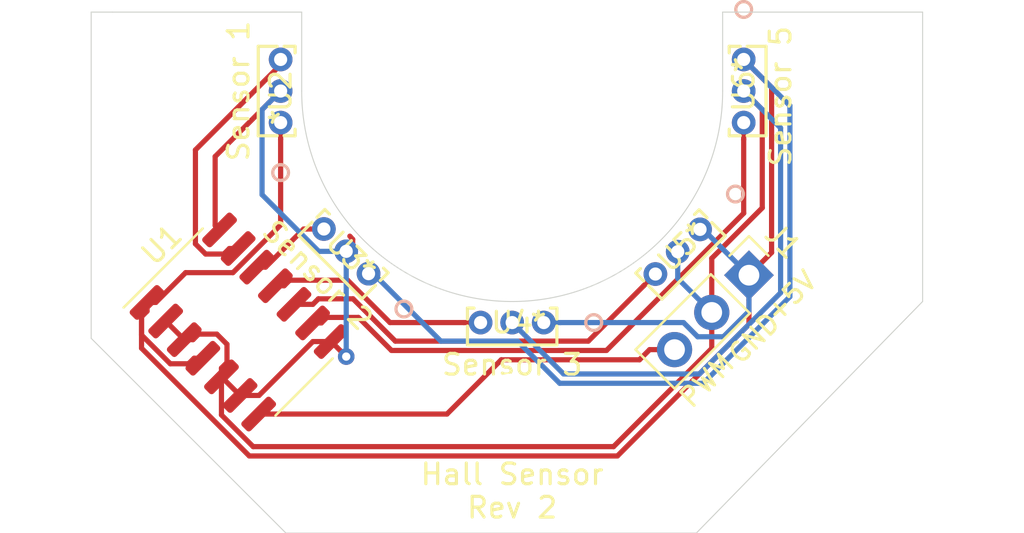
<source format=kicad_pcb>
(kicad_pcb (version 20171130) (host pcbnew "(5.1.5)-3")

  (general
    (thickness 1.6)
    (drawings 15)
    (tracks 124)
    (zones 0)
    (modules 10)
    (nets 9)
  )

  (page A4)
  (layers
    (0 F.Cu signal)
    (31 B.Cu signal)
    (32 B.Adhes user)
    (33 F.Adhes user)
    (34 B.Paste user hide)
    (35 F.Paste user)
    (36 B.SilkS user)
    (37 F.SilkS user)
    (38 B.Mask user)
    (39 F.Mask user)
    (40 Dwgs.User user)
    (41 Cmts.User user)
    (42 Eco1.User user)
    (43 Eco2.User user)
    (44 Edge.Cuts user)
    (45 Margin user)
    (46 B.CrtYd user)
    (47 F.CrtYd user)
    (48 B.Fab user)
    (49 F.Fab user)
  )

  (setup
    (last_trace_width 0.25)
    (trace_clearance 0.2)
    (zone_clearance 0.508)
    (zone_45_only no)
    (trace_min 0.2)
    (via_size 0.8)
    (via_drill 0.4)
    (via_min_size 0.4)
    (via_min_drill 0.3)
    (uvia_size 0.3)
    (uvia_drill 0.1)
    (uvias_allowed no)
    (uvia_min_size 0.2)
    (uvia_min_drill 0.1)
    (edge_width 0.05)
    (segment_width 0.2)
    (pcb_text_width 0.3)
    (pcb_text_size 1.5 1.5)
    (mod_edge_width 0.12)
    (mod_text_size 1 1)
    (mod_text_width 0.15)
    (pad_size 1.524 1.524)
    (pad_drill 0.762)
    (pad_to_mask_clearance 0.051)
    (solder_mask_min_width 0.25)
    (aux_axis_origin 0 0)
    (visible_elements 7FFFFFFF)
    (pcbplotparams
      (layerselection 0x010fc_ffffffff)
      (usegerberextensions false)
      (usegerberattributes false)
      (usegerberadvancedattributes false)
      (creategerberjobfile false)
      (excludeedgelayer true)
      (linewidth 0.100000)
      (plotframeref false)
      (viasonmask false)
      (mode 1)
      (useauxorigin false)
      (hpglpennumber 1)
      (hpglpenspeed 20)
      (hpglpendiameter 15.000000)
      (psnegative false)
      (psa4output false)
      (plotreference true)
      (plotvalue true)
      (plotinvisibletext false)
      (padsonsilk false)
      (subtractmaskfromsilk false)
      (outputformat 1)
      (mirror false)
      (drillshape 0)
      (scaleselection 1)
      (outputdirectory "Gerbers/"))
  )

  (net 0 "")
  (net 1 +5V)
  (net 2 GND)
  (net 3 "Net-(J1-Pad3)")
  (net 4 "Net-(U1-Pad9)")
  (net 5 "Net-(U1-Pad10)")
  (net 6 "Net-(U1-Pad11)")
  (net 7 "Net-(U1-Pad12)")
  (net 8 "Net-(U1-Pad13)")

  (net_class Default "This is the default net class."
    (clearance 0.2)
    (trace_width 0.25)
    (via_dia 0.8)
    (via_drill 0.4)
    (uvia_dia 0.3)
    (uvia_drill 0.1)
    (add_net +5V)
    (add_net GND)
    (add_net "Net-(J1-Pad3)")
    (add_net "Net-(U1-Pad10)")
    (add_net "Net-(U1-Pad11)")
    (add_net "Net-(U1-Pad12)")
    (add_net "Net-(U1-Pad13)")
    (add_net "Net-(U1-Pad9)")
  )

  (module MountingHole:MountingHole_3.2mm_M3 (layer F.Cu) (tedit 56D1B4CB) (tstamp 5EF41826)
    (at 121.92 102.87)
    (descr "Mounting Hole 3.2mm, no annular, M3")
    (tags "mounting hole 3.2mm no annular m3")
    (attr virtual)
    (fp_text reference REF** (at 0 -4.2) (layer F.SilkS) hide
      (effects (font (size 1 1) (thickness 0.15)))
    )
    (fp_text value MountingHole_3.2mm_M3 (at 0 4.2) (layer F.Fab)
      (effects (font (size 1 1) (thickness 0.15)))
    )
    (fp_circle (center 0 0) (end 3.45 0) (layer F.CrtYd) (width 0.05))
    (fp_circle (center 0 0) (end 3.2 0) (layer Cmts.User) (width 0.15))
    (fp_text user %R (at 0.3 0) (layer F.Fab)
      (effects (font (size 1 1) (thickness 0.15)))
    )
    (pad 1 np_thru_hole circle (at 0 0) (size 3.2 3.2) (drill 3.2) (layers *.Cu *.Mask))
  )

  (module MountingHole:MountingHole_3.2mm_M3 (layer F.Cu) (tedit 56D1B4CB) (tstamp 5EF41809)
    (at 137.16 87.63)
    (descr "Mounting Hole 3.2mm, no annular, M3")
    (tags "mounting hole 3.2mm no annular m3")
    (attr virtual)
    (fp_text reference REF** (at 0 -4.2) (layer F.SilkS) hide
      (effects (font (size 1 1) (thickness 0.15)))
    )
    (fp_text value MountingHole_3.2mm_M3 (at 0 4.2) (layer F.Fab)
      (effects (font (size 1 1) (thickness 0.15)))
    )
    (fp_circle (center 0 0) (end 3.45 0) (layer F.CrtYd) (width 0.05))
    (fp_circle (center 0 0) (end 3.2 0) (layer Cmts.User) (width 0.15))
    (fp_text user %R (at 0.3 0) (layer F.Fab)
      (effects (font (size 1 1) (thickness 0.15)))
    )
    (pad 1 np_thru_hole circle (at 0 0) (size 3.2 3.2) (drill 3.2) (layers *.Cu *.Mask))
  )

  (module MountingHole:MountingHole_3.2mm_M3 (layer F.Cu) (tedit 56D1B4CB) (tstamp 5EF417EC)
    (at 106.68 87.63)
    (descr "Mounting Hole 3.2mm, no annular, M3")
    (tags "mounting hole 3.2mm no annular m3")
    (attr virtual)
    (fp_text reference REF** (at 0 -4.2) (layer F.SilkS) hide
      (effects (font (size 1 1) (thickness 0.15)))
    )
    (fp_text value MountingHole_3.2mm_M3 (at 0 4.2) (layer F.Fab)
      (effects (font (size 1 1) (thickness 0.15)))
    )
    (fp_circle (center 0 0) (end 3.45 0) (layer F.CrtYd) (width 0.05))
    (fp_circle (center 0 0) (end 3.2 0) (layer Cmts.User) (width 0.15))
    (fp_text user %R (at 0.3 0) (layer F.Fab)
      (effects (font (size 1 1) (thickness 0.15)))
    )
    (pad 1 np_thru_hole circle (at 0 0) (size 3.2 3.2) (drill 3.2) (layers *.Cu *.Mask))
  )

  (module Connector_PinHeader_2.54mm:PinHeader_1x03_P2.54mm_Vertical (layer F.Cu) (tedit 59FED5CC) (tstamp 5EF32AC2)
    (at 133.35 96.52 315)
    (descr "Through hole straight pin header, 1x03, 2.54mm pitch, single row")
    (tags "Through hole pin header THT 1x03 2.54mm single row")
    (path /5EF42115)
    (fp_text reference J1 (at 0 -2.33 135) (layer F.SilkS)
      (effects (font (size 1 1) (thickness 0.15)))
    )
    (fp_text value Power_Signal (at 0 7.41 135) (layer F.Fab)
      (effects (font (size 1 1) (thickness 0.15)))
    )
    (fp_text user %R (at 0 2.54 45) (layer F.Fab)
      (effects (font (size 1 1) (thickness 0.15)))
    )
    (fp_line (start 1.8 -1.8) (end -1.8 -1.8) (layer F.CrtYd) (width 0.05))
    (fp_line (start 1.8 6.85) (end 1.8 -1.8) (layer F.CrtYd) (width 0.05))
    (fp_line (start -1.8 6.85) (end 1.8 6.85) (layer F.CrtYd) (width 0.05))
    (fp_line (start -1.8 -1.8) (end -1.8 6.85) (layer F.CrtYd) (width 0.05))
    (fp_line (start -1.33 -1.33) (end 0 -1.33) (layer F.SilkS) (width 0.12))
    (fp_line (start -1.33 0) (end -1.33 -1.33) (layer F.SilkS) (width 0.12))
    (fp_line (start -1.33 1.27) (end 1.33 1.27) (layer F.SilkS) (width 0.12))
    (fp_line (start 1.33 1.27) (end 1.33 6.41) (layer F.SilkS) (width 0.12))
    (fp_line (start -1.33 1.27) (end -1.33 6.41) (layer F.SilkS) (width 0.12))
    (fp_line (start -1.33 6.41) (end 1.33 6.41) (layer F.SilkS) (width 0.12))
    (fp_line (start -1.27 -0.635) (end -0.635 -1.27) (layer F.Fab) (width 0.1))
    (fp_line (start -1.27 6.35) (end -1.27 -0.635) (layer F.Fab) (width 0.1))
    (fp_line (start 1.27 6.35) (end -1.27 6.35) (layer F.Fab) (width 0.1))
    (fp_line (start 1.27 -1.27) (end 1.27 6.35) (layer F.Fab) (width 0.1))
    (fp_line (start -0.635 -1.27) (end 1.27 -1.27) (layer F.Fab) (width 0.1))
    (pad 3 thru_hole oval (at 0 5.08 315) (size 1.7 1.7) (drill 1) (layers *.Cu *.Mask)
      (net 3 "Net-(J1-Pad3)"))
    (pad 2 thru_hole oval (at 0 2.54 315) (size 1.7 1.7) (drill 1) (layers *.Cu *.Mask)
      (net 2 GND))
    (pad 1 thru_hole rect (at 0 0 315) (size 1.7 1.7) (drill 1) (layers *.Cu *.Mask)
      (net 1 +5V))
    (model ${KISYS3DMOD}/Connector_PinHeader_2.54mm.3dshapes/PinHeader_1x03_P2.54mm_Vertical.wrl
      (at (xyz 0 0 0))
      (scale (xyz 1 1 1))
      (rotate (xyz 0 0 0))
    )
  )

  (module Project:SS49E (layer F.Cu) (tedit 5EF2E5A9) (tstamp 5EF32AFE)
    (at 110.744 88.9 90)
    (path /5EF2DD3D)
    (fp_text reference U2 (at 1.27 0 90) (layer F.SilkS)
      (effects (font (size 1 1) (thickness 0.15)))
    )
    (fp_text value "Sensor 1" (at 1.27 -2.032 90) (layer F.SilkS)
      (effects (font (size 1 1) (thickness 0.15)))
    )
    (fp_circle (center -2.667 0) (end -2.286 0) (layer B.SilkS) (width 0.1524))
    (fp_circle (center -2.667 0) (end -2.286 0) (layer F.SilkS) (width 0.1524))
    (fp_circle (center 0 -1.905) (end 0.381 -1.905) (layer F.Fab) (width 0.1524))
    (fp_line (start 3.556 -1.2065) (end -1.016 -1.2065) (layer F.CrtYd) (width 0.1524))
    (fp_line (start 3.556 0.8255) (end 3.556 -1.2065) (layer F.CrtYd) (width 0.1524))
    (fp_line (start -1.016 0.8255) (end 3.556 0.8255) (layer F.CrtYd) (width 0.1524))
    (fp_line (start -1.016 -1.2065) (end -1.016 0.8255) (layer F.CrtYd) (width 0.1524))
    (fp_line (start 3.429 -0.165315) (end 3.429 -1.0795) (layer F.SilkS) (width 0.1524))
    (fp_line (start -0.889 0.165315) (end -0.889 0.6985) (layer F.SilkS) (width 0.1524))
    (fp_line (start 3.114237 0.6985) (end 3.429 0.6985) (layer F.SilkS) (width 0.1524))
    (fp_line (start -0.762 -0.9525) (end -0.762 0.5715) (layer F.Fab) (width 0.1524))
    (fp_line (start 3.302 -0.9525) (end -0.762 -0.9525) (layer F.Fab) (width 0.1524))
    (fp_line (start 3.302 0.5715) (end 3.302 -0.9525) (layer F.Fab) (width 0.1524))
    (fp_line (start -0.762 0.5715) (end 3.302 0.5715) (layer F.Fab) (width 0.1524))
    (fp_line (start -0.889 -1.0795) (end -0.889 -0.165315) (layer F.SilkS) (width 0.1524))
    (fp_line (start 3.429 -1.0795) (end -0.889 -1.0795) (layer F.SilkS) (width 0.1524))
    (fp_line (start 3.429 0.6985) (end 3.429 0.165315) (layer F.SilkS) (width 0.1524))
    (fp_line (start -0.889 0.6985) (end -0.574237 0.6985) (layer F.SilkS) (width 0.1524))
    (fp_text user * (at 0 0 90) (layer F.SilkS)
      (effects (font (size 1 1) (thickness 0.15)))
    )
    (fp_text user * (at 0 0 90) (layer F.SilkS)
      (effects (font (size 1 1) (thickness 0.15)))
    )
    (fp_text user "Copyright 2016 Accelerated Designs. All rights reserved." (at 0 0 90) (layer Cmts.User)
      (effects (font (size 0.127 0.127) (thickness 0.002)))
    )
    (pad 3 thru_hole circle (at 2.794 0 90) (size 1.143 1.143) (drill 0.635) (layers *.Cu *.Mask)
      (net 8 "Net-(U1-Pad13)"))
    (pad 2 thru_hole circle (at 1.27 0 90) (size 1.143 1.143) (drill 0.635) (layers *.Cu *.Mask)
      (net 2 GND))
    (pad 1 thru_hole circle (at -0.254 0 90) (size 1.143 1.143) (drill 0.635) (layers *.Cu *.Mask)
      (net 1 +5V))
  )

  (module Project:SS49E (layer F.Cu) (tedit 5EF2E5A9) (tstamp 5EF46618)
    (at 114.808 96.266 135)
    (path /5EF2FF40)
    (fp_text reference U3 (at 1.270001 0 135) (layer F.SilkS)
      (effects (font (size 1 1) (thickness 0.15)))
    )
    (fp_text value "Sensor 2" (at 1.436841 -1.796051 135) (layer F.SilkS)
      (effects (font (size 1 1) (thickness 0.15)))
    )
    (fp_circle (center -2.667 0) (end -2.286 0) (layer B.SilkS) (width 0.1524))
    (fp_circle (center -2.667 0) (end -2.286 0) (layer F.SilkS) (width 0.1524))
    (fp_circle (center 0 -1.905) (end 0.381 -1.905) (layer F.Fab) (width 0.1524))
    (fp_line (start 3.556 -1.2065) (end -1.016 -1.2065) (layer F.CrtYd) (width 0.1524))
    (fp_line (start 3.556 0.8255) (end 3.556 -1.2065) (layer F.CrtYd) (width 0.1524))
    (fp_line (start -1.016 0.8255) (end 3.556 0.8255) (layer F.CrtYd) (width 0.1524))
    (fp_line (start -1.016 -1.2065) (end -1.016 0.8255) (layer F.CrtYd) (width 0.1524))
    (fp_line (start 3.429 -0.165315) (end 3.429 -1.0795) (layer F.SilkS) (width 0.1524))
    (fp_line (start -0.889 0.165315) (end -0.889 0.6985) (layer F.SilkS) (width 0.1524))
    (fp_line (start 3.114237 0.6985) (end 3.429 0.6985) (layer F.SilkS) (width 0.1524))
    (fp_line (start -0.762 -0.9525) (end -0.762 0.5715) (layer F.Fab) (width 0.1524))
    (fp_line (start 3.302 -0.9525) (end -0.762 -0.9525) (layer F.Fab) (width 0.1524))
    (fp_line (start 3.302 0.5715) (end 3.302 -0.9525) (layer F.Fab) (width 0.1524))
    (fp_line (start -0.762 0.5715) (end 3.302 0.5715) (layer F.Fab) (width 0.1524))
    (fp_line (start -0.889 -1.0795) (end -0.889 -0.165315) (layer F.SilkS) (width 0.1524))
    (fp_line (start 3.429 -1.0795) (end -0.889 -1.0795) (layer F.SilkS) (width 0.1524))
    (fp_line (start 3.429 0.6985) (end 3.429 0.165315) (layer F.SilkS) (width 0.1524))
    (fp_line (start -0.889 0.6985) (end -0.574237 0.6985) (layer F.SilkS) (width 0.1524))
    (fp_text user * (at 0 0 135) (layer F.SilkS)
      (effects (font (size 1 1) (thickness 0.15)))
    )
    (fp_text user * (at 0 0 135) (layer F.SilkS)
      (effects (font (size 1 1) (thickness 0.15)))
    )
    (fp_text user "Copyright 2016 Accelerated Designs. All rights reserved." (at 0 0 135) (layer Cmts.User)
      (effects (font (size 0.127 0.127) (thickness 0.002)))
    )
    (pad 3 thru_hole circle (at 2.794 0 135) (size 1.143 1.143) (drill 0.635) (layers *.Cu *.Mask)
      (net 7 "Net-(U1-Pad12)"))
    (pad 2 thru_hole circle (at 1.27 0 135) (size 1.143 1.143) (drill 0.635) (layers *.Cu *.Mask)
      (net 2 GND))
    (pad 1 thru_hole circle (at -0.254 0 135) (size 1.143 1.143) (drill 0.635) (layers *.Cu *.Mask)
      (net 1 +5V))
  )

  (module Project:SS49E (layer F.Cu) (tedit 5EF2E5A9) (tstamp 5EF32B36)
    (at 123.19 98.806 180)
    (path /5EF3088F)
    (fp_text reference U4 (at 1.27 0) (layer F.SilkS)
      (effects (font (size 1 1) (thickness 0.15)))
    )
    (fp_text value "Sensor 3" (at 1.27 -2.032) (layer F.SilkS)
      (effects (font (size 1 1) (thickness 0.15)))
    )
    (fp_circle (center -2.667 0) (end -2.286 0) (layer B.SilkS) (width 0.1524))
    (fp_circle (center -2.667 0) (end -2.286 0) (layer F.SilkS) (width 0.1524))
    (fp_circle (center 0 -1.905) (end 0.381 -1.905) (layer F.Fab) (width 0.1524))
    (fp_line (start 3.556 -1.2065) (end -1.016 -1.2065) (layer F.CrtYd) (width 0.1524))
    (fp_line (start 3.556 0.8255) (end 3.556 -1.2065) (layer F.CrtYd) (width 0.1524))
    (fp_line (start -1.016 0.8255) (end 3.556 0.8255) (layer F.CrtYd) (width 0.1524))
    (fp_line (start -1.016 -1.2065) (end -1.016 0.8255) (layer F.CrtYd) (width 0.1524))
    (fp_line (start 3.429 -0.165315) (end 3.429 -1.0795) (layer F.SilkS) (width 0.1524))
    (fp_line (start -0.889 0.165315) (end -0.889 0.6985) (layer F.SilkS) (width 0.1524))
    (fp_line (start 3.114237 0.6985) (end 3.429 0.6985) (layer F.SilkS) (width 0.1524))
    (fp_line (start -0.762 -0.9525) (end -0.762 0.5715) (layer F.Fab) (width 0.1524))
    (fp_line (start 3.302 -0.9525) (end -0.762 -0.9525) (layer F.Fab) (width 0.1524))
    (fp_line (start 3.302 0.5715) (end 3.302 -0.9525) (layer F.Fab) (width 0.1524))
    (fp_line (start -0.762 0.5715) (end 3.302 0.5715) (layer F.Fab) (width 0.1524))
    (fp_line (start -0.889 -1.0795) (end -0.889 -0.165315) (layer F.SilkS) (width 0.1524))
    (fp_line (start 3.429 -1.0795) (end -0.889 -1.0795) (layer F.SilkS) (width 0.1524))
    (fp_line (start 3.429 0.6985) (end 3.429 0.165315) (layer F.SilkS) (width 0.1524))
    (fp_line (start -0.889 0.6985) (end -0.574237 0.6985) (layer F.SilkS) (width 0.1524))
    (fp_text user * (at 0 0) (layer F.SilkS)
      (effects (font (size 1 1) (thickness 0.15)))
    )
    (fp_text user * (at 0 0) (layer F.SilkS)
      (effects (font (size 1 1) (thickness 0.15)))
    )
    (fp_text user "Copyright 2016 Accelerated Designs. All rights reserved." (at 0 0) (layer Cmts.User)
      (effects (font (size 0.127 0.127) (thickness 0.002)))
    )
    (pad 3 thru_hole circle (at 2.794 0 180) (size 1.143 1.143) (drill 0.635) (layers *.Cu *.Mask)
      (net 6 "Net-(U1-Pad11)"))
    (pad 2 thru_hole circle (at 1.27 0 180) (size 1.143 1.143) (drill 0.635) (layers *.Cu *.Mask)
      (net 2 GND))
    (pad 1 thru_hole circle (at -0.254 0 180) (size 1.143 1.143) (drill 0.635) (layers *.Cu *.Mask)
      (net 1 +5V))
  )

  (module Project:SS49E (layer F.Cu) (tedit 5EF2E5A9) (tstamp 5F024FB0)
    (at 130.81 94.488 225)
    (path /5EF30FFA)
    (fp_text reference U5 (at 1.270001 0 45) (layer F.SilkS)
      (effects (font (size 1 1) (thickness 0.15)))
    )
    (fp_text value "" (at 1.436841 -1.796051 45) (layer F.SilkS)
      (effects (font (size 1 1) (thickness 0.15)))
    )
    (fp_circle (center -2.667 0) (end -2.286 0) (layer B.SilkS) (width 0.1524))
    (fp_circle (center -2.667 0) (end -2.286 0) (layer F.SilkS) (width 0.1524))
    (fp_circle (center 0 -1.905) (end 0.381 -1.905) (layer F.Fab) (width 0.1524))
    (fp_line (start 3.556 -1.2065) (end -1.016 -1.2065) (layer F.CrtYd) (width 0.1524))
    (fp_line (start 3.556 0.8255) (end 3.556 -1.2065) (layer F.CrtYd) (width 0.1524))
    (fp_line (start -1.016 0.8255) (end 3.556 0.8255) (layer F.CrtYd) (width 0.1524))
    (fp_line (start -1.016 -1.2065) (end -1.016 0.8255) (layer F.CrtYd) (width 0.1524))
    (fp_line (start 3.429 -0.165315) (end 3.429 -1.0795) (layer F.SilkS) (width 0.1524))
    (fp_line (start -0.889 0.165315) (end -0.889 0.6985) (layer F.SilkS) (width 0.1524))
    (fp_line (start 3.114237 0.6985) (end 3.429 0.6985) (layer F.SilkS) (width 0.1524))
    (fp_line (start -0.762 -0.9525) (end -0.762 0.5715) (layer F.Fab) (width 0.1524))
    (fp_line (start 3.302 -0.9525) (end -0.762 -0.9525) (layer F.Fab) (width 0.1524))
    (fp_line (start 3.302 0.5715) (end 3.302 -0.9525) (layer F.Fab) (width 0.1524))
    (fp_line (start -0.762 0.5715) (end 3.302 0.5715) (layer F.Fab) (width 0.1524))
    (fp_line (start -0.889 -1.0795) (end -0.889 -0.165315) (layer F.SilkS) (width 0.1524))
    (fp_line (start 3.429 -1.0795) (end -0.889 -1.0795) (layer F.SilkS) (width 0.1524))
    (fp_line (start 3.429 0.6985) (end 3.429 0.165315) (layer F.SilkS) (width 0.1524))
    (fp_line (start -0.889 0.6985) (end -0.574237 0.6985) (layer F.SilkS) (width 0.1524))
    (fp_text user * (at 0 0 45) (layer F.SilkS)
      (effects (font (size 1 1) (thickness 0.15)))
    )
    (fp_text user * (at 0 0 45) (layer F.SilkS)
      (effects (font (size 1 1) (thickness 0.15)))
    )
    (fp_text user "Copyright 2016 Accelerated Designs. All rights reserved." (at 0 0 45) (layer Cmts.User)
      (effects (font (size 0.127 0.127) (thickness 0.002)))
    )
    (pad 3 thru_hole circle (at 2.794 0 225) (size 1.143 1.143) (drill 0.635) (layers *.Cu *.Mask)
      (net 5 "Net-(U1-Pad10)"))
    (pad 2 thru_hole circle (at 1.27 0 225) (size 1.143 1.143) (drill 0.635) (layers *.Cu *.Mask)
      (net 2 GND))
    (pad 1 thru_hole circle (at -0.254 0 225) (size 1.143 1.143) (drill 0.635) (layers *.Cu *.Mask)
      (net 1 +5V))
  )

  (module Project:SS49E (layer F.Cu) (tedit 5EF2E5A9) (tstamp 5F01F4BC)
    (at 133.096 86.36 270)
    (path /5EF31415)
    (fp_text reference U6 (at 1.27 0 90) (layer F.SilkS)
      (effects (font (size 1 1) (thickness 0.15)))
    )
    (fp_text value "Sensor 5" (at 1.524 -1.778 90) (layer F.SilkS)
      (effects (font (size 1 1) (thickness 0.15)))
    )
    (fp_circle (center -2.667 0) (end -2.286 0) (layer B.SilkS) (width 0.1524))
    (fp_circle (center -2.667 0) (end -2.286 0) (layer F.SilkS) (width 0.1524))
    (fp_circle (center 0 -1.905) (end 0.381 -1.905) (layer F.Fab) (width 0.1524))
    (fp_line (start 3.556 -1.2065) (end -1.016 -1.2065) (layer F.CrtYd) (width 0.1524))
    (fp_line (start 3.556 0.8255) (end 3.556 -1.2065) (layer F.CrtYd) (width 0.1524))
    (fp_line (start -1.016 0.8255) (end 3.556 0.8255) (layer F.CrtYd) (width 0.1524))
    (fp_line (start -1.016 -1.2065) (end -1.016 0.8255) (layer F.CrtYd) (width 0.1524))
    (fp_line (start 3.429 -0.165315) (end 3.429 -1.0795) (layer F.SilkS) (width 0.1524))
    (fp_line (start -0.889 0.165315) (end -0.889 0.6985) (layer F.SilkS) (width 0.1524))
    (fp_line (start 3.114237 0.6985) (end 3.429 0.6985) (layer F.SilkS) (width 0.1524))
    (fp_line (start -0.762 -0.9525) (end -0.762 0.5715) (layer F.Fab) (width 0.1524))
    (fp_line (start 3.302 -0.9525) (end -0.762 -0.9525) (layer F.Fab) (width 0.1524))
    (fp_line (start 3.302 0.5715) (end 3.302 -0.9525) (layer F.Fab) (width 0.1524))
    (fp_line (start -0.762 0.5715) (end 3.302 0.5715) (layer F.Fab) (width 0.1524))
    (fp_line (start -0.889 -1.0795) (end -0.889 -0.165315) (layer F.SilkS) (width 0.1524))
    (fp_line (start 3.429 -1.0795) (end -0.889 -1.0795) (layer F.SilkS) (width 0.1524))
    (fp_line (start 3.429 0.6985) (end 3.429 0.165315) (layer F.SilkS) (width 0.1524))
    (fp_line (start -0.889 0.6985) (end -0.574237 0.6985) (layer F.SilkS) (width 0.1524))
    (fp_text user * (at 0 0 90) (layer F.SilkS)
      (effects (font (size 1 1) (thickness 0.15)))
    )
    (fp_text user * (at 0 0 90) (layer F.SilkS)
      (effects (font (size 1 1) (thickness 0.15)))
    )
    (fp_text user "Copyright 2016 Accelerated Designs. All rights reserved." (at 0 0 90) (layer Cmts.User)
      (effects (font (size 0.127 0.127) (thickness 0.002)))
    )
    (pad 3 thru_hole circle (at 2.794 0 270) (size 1.143 1.143) (drill 0.635) (layers *.Cu *.Mask)
      (net 4 "Net-(U1-Pad9)"))
    (pad 2 thru_hole circle (at 1.27 0 270) (size 1.143 1.143) (drill 0.635) (layers *.Cu *.Mask)
      (net 2 GND))
    (pad 1 thru_hole circle (at -0.254 0 270) (size 1.143 1.143) (drill 0.635) (layers *.Cu *.Mask)
      (net 1 +5V))
  )

  (module Package_SO:SOIC-14_3.9x8.7mm_P1.27mm (layer F.Cu) (tedit 5C97300E) (tstamp 5EF41BD1)
    (at 108.739911 98.778089 45)
    (descr "SOIC, 14 Pin (JEDEC MS-012AB, https://www.analog.com/media/en/package-pcb-resources/package/pkg_pdf/soic_narrow-r/r_14.pdf), generated with kicad-footprint-generator ipc_gullwing_generator.py")
    (tags "SOIC SO")
    (path /5EF2CCF3)
    (attr smd)
    (fp_text reference U1 (at 0 -5.28 45) (layer F.SilkS)
      (effects (font (size 1 1) (thickness 0.15)))
    )
    (fp_text value ATtiny841-SSU (at 0 5.28 45) (layer F.Fab)
      (effects (font (size 1 1) (thickness 0.15)))
    )
    (fp_line (start 0 4.435) (end 1.95 4.435) (layer F.SilkS) (width 0.12))
    (fp_line (start 0 4.435) (end -1.95 4.435) (layer F.SilkS) (width 0.12))
    (fp_line (start 0 -4.435) (end 1.95 -4.435) (layer F.SilkS) (width 0.12))
    (fp_line (start 0 -4.435) (end -3.45 -4.435) (layer F.SilkS) (width 0.12))
    (fp_line (start -0.975 -4.325) (end 1.95 -4.325) (layer F.Fab) (width 0.1))
    (fp_line (start 1.95 -4.325) (end 1.95 4.325) (layer F.Fab) (width 0.1))
    (fp_line (start 1.95 4.325) (end -1.95 4.325) (layer F.Fab) (width 0.1))
    (fp_line (start -1.95 4.325) (end -1.95 -3.35) (layer F.Fab) (width 0.1))
    (fp_line (start -1.95 -3.35) (end -0.975 -4.325) (layer F.Fab) (width 0.1))
    (fp_line (start -3.7 -4.58) (end -3.7 4.58) (layer F.CrtYd) (width 0.05))
    (fp_line (start -3.7 4.58) (end 3.7 4.58) (layer F.CrtYd) (width 0.05))
    (fp_line (start 3.7 4.58) (end 3.7 -4.58) (layer F.CrtYd) (width 0.05))
    (fp_line (start 3.7 -4.58) (end -3.7 -4.58) (layer F.CrtYd) (width 0.05))
    (fp_text user %R (at 0 0 45) (layer F.Fab)
      (effects (font (size 0.98 0.98) (thickness 0.15)))
    )
    (pad 1 smd roundrect (at -2.475 -3.81 45) (size 1.95 0.6) (layers F.Cu F.Paste F.Mask) (roundrect_rratio 0.25)
      (net 1 +5V))
    (pad 2 smd roundrect (at -2.475 -2.54 45) (size 1.95 0.6) (layers F.Cu F.Paste F.Mask) (roundrect_rratio 0.25)
      (net 2 GND))
    (pad 3 smd roundrect (at -2.475 -1.27 45) (size 1.95 0.6) (layers F.Cu F.Paste F.Mask) (roundrect_rratio 0.25)
      (net 2 GND))
    (pad 4 smd roundrect (at -2.475 0 45) (size 1.95 0.6) (layers F.Cu F.Paste F.Mask) (roundrect_rratio 0.25)
      (net 1 +5V))
    (pad 5 smd roundrect (at -2.475 1.27 45) (size 1.95 0.6) (layers F.Cu F.Paste F.Mask) (roundrect_rratio 0.25)
      (net 2 GND))
    (pad 6 smd roundrect (at -2.475 2.54 45) (size 1.95 0.6) (layers F.Cu F.Paste F.Mask) (roundrect_rratio 0.25)
      (net 2 GND))
    (pad 7 smd roundrect (at -2.475 3.81 45) (size 1.95 0.6) (layers F.Cu F.Paste F.Mask) (roundrect_rratio 0.25)
      (net 3 "Net-(J1-Pad3)"))
    (pad 8 smd roundrect (at 2.475 3.81 45) (size 1.95 0.6) (layers F.Cu F.Paste F.Mask) (roundrect_rratio 0.25)
      (net 2 GND))
    (pad 9 smd roundrect (at 2.475 2.54 45) (size 1.95 0.6) (layers F.Cu F.Paste F.Mask) (roundrect_rratio 0.25)
      (net 4 "Net-(U1-Pad9)"))
    (pad 10 smd roundrect (at 2.475 1.27 45) (size 1.95 0.6) (layers F.Cu F.Paste F.Mask) (roundrect_rratio 0.25)
      (net 5 "Net-(U1-Pad10)"))
    (pad 11 smd roundrect (at 2.475 0 45) (size 1.95 0.6) (layers F.Cu F.Paste F.Mask) (roundrect_rratio 0.25)
      (net 6 "Net-(U1-Pad11)"))
    (pad 12 smd roundrect (at 2.475 -1.27 45) (size 1.95 0.6) (layers F.Cu F.Paste F.Mask) (roundrect_rratio 0.25)
      (net 7 "Net-(U1-Pad12)"))
    (pad 13 smd roundrect (at 2.475 -2.54 45) (size 1.95 0.6) (layers F.Cu F.Paste F.Mask) (roundrect_rratio 0.25)
      (net 8 "Net-(U1-Pad13)"))
    (pad 14 smd roundrect (at 2.475 -3.81 45) (size 1.95 0.6) (layers F.Cu F.Paste F.Mask) (roundrect_rratio 0.25)
      (net 2 GND))
    (model ${KISYS3DMOD}/Package_SO.3dshapes/SOIC-14_3.9x8.7mm_P1.27mm.wrl
      (at (xyz 0 0 0))
      (scale (xyz 1 1 1))
      (rotate (xyz 0 0 0))
    )
  )

  (gr_line (start 111.76 87.63) (end 111.76 83.82) (layer Edge.Cuts) (width 0.05))
  (gr_line (start 132.08 87.63) (end 132.08 83.82) (layer Edge.Cuts) (width 0.05))
  (gr_arc (start 121.92 87.63) (end 111.76 87.63) (angle -180) (layer Edge.Cuts) (width 0.05))
  (gr_line (start 101.6 83.82) (end 102.616 83.82) (layer Edge.Cuts) (width 0.05) (tstamp 5EF42310))
  (gr_line (start 101.6 99.568) (end 101.6 83.82) (layer Edge.Cuts) (width 0.05))
  (gr_line (start 110.998 108.966) (end 101.6 99.568) (layer Edge.Cuts) (width 0.05))
  (gr_line (start 130.81 108.966) (end 110.998 108.966) (layer Edge.Cuts) (width 0.05))
  (gr_text "Hall Sensor\nRev 2" (at 121.92 106.934) (layer F.SilkS)
    (effects (font (size 1 1) (thickness 0.15)))
  )
  (gr_text PWM (at 131.318 101.6 45) (layer F.SilkS)
    (effects (font (size 0.9144 0.9144) (thickness 0.14605)))
  )
  (gr_text "GND\n" (at 133.604 99.568 45) (layer F.SilkS)
    (effects (font (size 0.9144 0.9144) (thickness 0.14605)))
  )
  (gr_text "+5V\n" (at 135.382 97.536 45) (layer F.SilkS)
    (effects (font (size 0.9144 0.9144) (thickness 0.14605)))
  )
  (gr_line (start 111.76 83.82) (end 102.616 83.82) (layer Edge.Cuts) (width 0.05) (tstamp 5EF46512))
  (gr_line (start 141.732 97.79) (end 141.732 83.82) (layer Edge.Cuts) (width 0.05) (tstamp 5EF464C0))
  (gr_line (start 130.81 108.966) (end 141.732 97.79) (layer Edge.Cuts) (width 0.05))
  (gr_line (start 141.732 83.82) (end 132.08 83.82) (layer Edge.Cuts) (width 0.05))

  (segment (start 110.744 94.094049) (end 110.744 89.962223) (width 0.25) (layer F.Cu) (net 1))
  (segment (start 110.744 89.962223) (end 110.744 89.154) (width 0.25) (layer F.Cu) (net 1))
  (segment (start 108.441662 96.396387) (end 110.744 94.094049) (width 0.25) (layer F.Cu) (net 1))
  (segment (start 106.157723 96.396387) (end 108.441662 96.396387) (width 0.25) (layer F.Cu) (net 1))
  (segment (start 104.720009 97.834101) (end 106.157723 96.396387) (width 0.25) (layer F.Cu) (net 1))
  (segment (start 104.295745 97.834101) (end 104.720009 97.834101) (width 0.25) (layer F.Cu) (net 1))
  (segment (start 133.667499 86.677499) (end 133.096 86.106) (width 0.25) (layer F.Cu) (net 1))
  (segment (start 134.442511 87.452511) (end 133.667499 86.677499) (width 0.25) (layer F.Cu) (net 1))
  (segment (start 134.442511 95.427489) (end 134.442511 87.452511) (width 0.25) (layer F.Cu) (net 1))
  (segment (start 133.35 96.52) (end 134.442511 95.427489) (width 0.25) (layer F.Cu) (net 1))
  (segment (start 106.565558 100.528178) (end 106.989822 100.528178) (width 0.25) (layer F.Cu) (net 1))
  (segment (start 106.299144 100.794592) (end 106.565558 100.528178) (width 0.25) (layer F.Cu) (net 1))
  (segment (start 105.417741 100.794592) (end 106.299144 100.794592) (width 0.25) (layer F.Cu) (net 1))
  (segment (start 104.029331 99.406182) (end 105.417741 100.794592) (width 0.25) (layer F.Cu) (net 1))
  (segment (start 104.029331 98.524779) (end 104.029331 99.406182) (width 0.25) (layer F.Cu) (net 1))
  (segment (start 131.138395 94.308395) (end 130.989605 94.308395) (width 0.25) (layer B.Cu) (net 1))
  (segment (start 133.35 96.52) (end 131.138395 94.308395) (width 0.25) (layer B.Cu) (net 1))
  (segment (start 124.252223 98.806) (end 123.444 98.806) (width 0.25) (layer B.Cu) (net 1))
  (segment (start 130.87585 99.491052) (end 130.190798 98.806) (width 0.25) (layer B.Cu) (net 1))
  (segment (start 130.190798 98.806) (end 124.252223 98.806) (width 0.25) (layer B.Cu) (net 1))
  (segment (start 132.11795 99.491052) (end 130.87585 99.491052) (width 0.25) (layer B.Cu) (net 1))
  (segment (start 133.35 98.259002) (end 132.11795 99.491052) (width 0.25) (layer B.Cu) (net 1))
  (segment (start 133.35 96.52) (end 133.35 98.259002) (width 0.25) (layer B.Cu) (net 1))
  (segment (start 135.327102 97.55472) (end 135.327102 88.337102) (width 0.25) (layer B.Cu) (net 1))
  (segment (start 131.14471 101.737112) (end 135.327102 97.55472) (width 0.25) (layer B.Cu) (net 1))
  (segment (start 133.667499 86.677499) (end 133.096 86.106) (width 0.25) (layer B.Cu) (net 1))
  (segment (start 124.214703 101.737113) (end 131.14471 101.737112) (width 0.25) (layer B.Cu) (net 1))
  (segment (start 122.180091 99.702501) (end 124.214703 101.737113) (width 0.25) (layer B.Cu) (net 1))
  (segment (start 118.475622 99.702501) (end 122.180091 99.702501) (width 0.25) (layer B.Cu) (net 1))
  (segment (start 135.327102 88.337102) (end 133.667499 86.677499) (width 0.25) (layer B.Cu) (net 1))
  (segment (start 115.218726 96.445605) (end 118.475622 99.702501) (width 0.25) (layer B.Cu) (net 1))
  (segment (start 114.987605 96.445605) (end 115.218726 96.445605) (width 0.25) (layer B.Cu) (net 1))
  (segment (start 133.35 97.722082) (end 133.35 96.52) (width 0.25) (layer F.Cu) (net 1))
  (segment (start 133.35 98.895412) (end 133.35 97.722082) (width 0.25) (layer F.Cu) (net 1))
  (segment (start 127.000402 105.24501) (end 133.35 98.895412) (width 0.25) (layer F.Cu) (net 1))
  (segment (start 109.231751 105.245011) (end 127.000402 105.24501) (width 0.25) (layer F.Cu) (net 1))
  (segment (start 104.029331 100.042591) (end 109.231751 105.245011) (width 0.25) (layer F.Cu) (net 1))
  (segment (start 104.029331 98.524779) (end 104.029331 100.042591) (width 0.25) (layer F.Cu) (net 1))
  (segment (start 104.295745 98.258365) (end 104.029331 98.524779) (width 0.25) (layer F.Cu) (net 1))
  (segment (start 104.295745 97.834101) (end 104.295745 98.258365) (width 0.25) (layer F.Cu) (net 1))
  (segment (start 107.583791 90.790209) (end 110.172501 88.201499) (width 0.25) (layer F.Cu) (net 2))
  (segment (start 110.172501 88.201499) (end 110.744 87.63) (width 0.25) (layer F.Cu) (net 2))
  (segment (start 107.583791 94.121791) (end 107.583791 90.790209) (width 0.25) (layer F.Cu) (net 2))
  (segment (start 107.795923 94.333923) (end 107.583791 94.121791) (width 0.25) (layer F.Cu) (net 2))
  (segment (start 133.667499 88.201499) (end 133.096 87.63) (width 0.25) (layer F.Cu) (net 2))
  (segment (start 133.992501 88.526501) (end 133.667499 88.201499) (width 0.25) (layer F.Cu) (net 2))
  (segment (start 133.992501 93.268731) (end 133.992501 88.526501) (width 0.25) (layer F.Cu) (net 2))
  (segment (start 131.553949 95.707283) (end 133.992501 93.268731) (width 0.25) (layer F.Cu) (net 2))
  (segment (start 131.553949 98.316051) (end 131.553949 95.707283) (width 0.25) (layer F.Cu) (net 2))
  (segment (start 105.19377 98.732127) (end 106.091796 99.630153) (width 0.25) (layer F.Cu) (net 2))
  (segment (start 108.785873 102.32423) (end 107.887847 101.426204) (width 0.25) (layer F.Cu) (net 2))
  (segment (start 112.759813 99.722077) (end 113.184077 99.722077) (width 0.25) (layer F.Cu) (net 2))
  (segment (start 112.300177 99.722077) (end 112.759813 99.722077) (width 0.25) (layer F.Cu) (net 2))
  (segment (start 109.698024 102.32423) (end 112.300177 99.722077) (width 0.25) (layer F.Cu) (net 2))
  (segment (start 108.785873 102.32423) (end 109.698024 102.32423) (width 0.25) (layer F.Cu) (net 2))
  (segment (start 107.887847 101.00194) (end 107.887847 101.426204) (width 0.25) (layer F.Cu) (net 2))
  (segment (start 108.154261 100.735526) (end 107.887847 101.00194) (width 0.25) (layer F.Cu) (net 2))
  (segment (start 107.663877 99.363739) (end 108.154261 99.854123) (width 0.25) (layer F.Cu) (net 2))
  (segment (start 108.154261 99.854123) (end 108.154261 100.735526) (width 0.25) (layer F.Cu) (net 2))
  (segment (start 106.782474 99.363739) (end 107.663877 99.363739) (width 0.25) (layer F.Cu) (net 2))
  (segment (start 106.51606 99.630153) (end 106.782474 99.363739) (width 0.25) (layer F.Cu) (net 2))
  (segment (start 106.091796 99.630153) (end 106.51606 99.630153) (width 0.25) (layer F.Cu) (net 2))
  (segment (start 131.553949 99.518132) (end 131.553949 98.316051) (width 0.25) (layer F.Cu) (net 2))
  (segment (start 131.553949 100.055053) (end 131.553949 99.518132) (width 0.25) (layer F.Cu) (net 2))
  (segment (start 126.814001 104.795001) (end 131.553949 100.055053) (width 0.25) (layer F.Cu) (net 2))
  (segment (start 107.887847 103.264697) (end 109.418151 104.795001) (width 0.25) (layer F.Cu) (net 2))
  (segment (start 109.418151 104.795001) (end 126.814001 104.795001) (width 0.25) (layer F.Cu) (net 2))
  (segment (start 107.887847 101.426204) (end 107.887847 103.264697) (width 0.25) (layer F.Cu) (net 2))
  (segment (start 109.847499 88.526501) (end 110.172501 88.201499) (width 0.25) (layer B.Cu) (net 2))
  (segment (start 109.847499 92.632321) (end 109.847499 88.526501) (width 0.25) (layer B.Cu) (net 2))
  (segment (start 110.172501 88.201499) (end 110.744 87.63) (width 0.25) (layer B.Cu) (net 2))
  (segment (start 112.583152 95.367974) (end 109.847499 92.632321) (width 0.25) (layer B.Cu) (net 2))
  (segment (start 113.909974 95.367974) (end 112.583152 95.367974) (width 0.25) (layer B.Cu) (net 2))
  (segment (start 129.911974 96.674076) (end 129.911974 95.386026) (width 0.25) (layer B.Cu) (net 2))
  (segment (start 131.553949 98.316051) (end 129.911974 96.674076) (width 0.25) (layer B.Cu) (net 2))
  (segment (start 114.222109 94.789103) (end 114.08534 94.634959) (width 0.25) (layer F.Cu) (net 2))
  (segment (start 113.909974 95.367974) (end 114.222109 95.055839) (width 0.25) (layer F.Cu) (net 2))
  (segment (start 114.222109 95.055839) (end 114.222109 94.789103) (width 0.25) (layer F.Cu) (net 2))
  (segment (start 134.877092 89.411092) (end 133.667499 88.201499) (width 0.25) (layer B.Cu) (net 2))
  (segment (start 134.877092 97.36832) (end 134.877092 89.411092) (width 0.25) (layer B.Cu) (net 2))
  (segment (start 133.667499 88.201499) (end 133.096 87.63) (width 0.25) (layer B.Cu) (net 2))
  (segment (start 130.958309 101.287103) (end 134.877092 97.36832) (width 0.25) (layer B.Cu) (net 2))
  (segment (start 124.401103 101.287103) (end 130.958309 101.287103) (width 0.25) (layer B.Cu) (net 2))
  (segment (start 121.92 98.806) (end 124.401103 101.287103) (width 0.25) (layer B.Cu) (net 2))
  (segment (start 113.909974 95.367974) (end 113.909974 100.447974) (width 0.25) (layer B.Cu) (net 2))
  (via (at 113.909974 100.447974) (size 0.8) (drill 0.4) (layers F.Cu B.Cu) (net 2))
  (segment (start 113.909974 100.447974) (end 113.184077 99.722077) (width 0.25) (layer F.Cu) (net 2))
  (segment (start 128.555817 100.112102) (end 129.757898 100.112102) (width 0.25) (layer F.Cu) (net 3))
  (segment (start 128.065398 100.602521) (end 128.555817 100.112102) (width 0.25) (layer F.Cu) (net 3))
  (segment (start 121.393479 100.602521) (end 128.065398 100.602521) (width 0.25) (layer F.Cu) (net 3))
  (segment (start 118.773745 103.222255) (end 121.393479 100.602521) (width 0.25) (layer F.Cu) (net 3))
  (segment (start 109.683899 103.222255) (end 118.773745 103.222255) (width 0.25) (layer F.Cu) (net 3))
  (segment (start 133.096 89.962223) (end 133.096 89.154) (width 0.25) (layer F.Cu) (net 4))
  (segment (start 133.096 93.528822) (end 133.096 89.962223) (width 0.25) (layer F.Cu) (net 4))
  (segment (start 126.472311 100.152511) (end 133.096 93.528822) (width 0.25) (layer F.Cu) (net 4))
  (segment (start 114.499996 98.557638) (end 116.094869 100.152511) (width 0.25) (layer F.Cu) (net 4))
  (segment (start 112.976729 98.557638) (end 114.499996 98.557638) (width 0.25) (layer F.Cu) (net 4))
  (segment (start 116.094869 100.152511) (end 126.472311 100.152511) (width 0.25) (layer F.Cu) (net 4))
  (segment (start 112.710316 98.824051) (end 112.976729 98.557638) (width 0.25) (layer F.Cu) (net 4))
  (segment (start 112.286052 98.824051) (end 112.710316 98.824051) (width 0.25) (layer F.Cu) (net 4))
  (segment (start 128.262845 97.035155) (end 128.834344 96.463656) (width 0.25) (layer F.Cu) (net 5))
  (segment (start 125.595499 99.702501) (end 128.262845 97.035155) (width 0.25) (layer F.Cu) (net 5))
  (segment (start 116.281269 99.702501) (end 125.595499 99.702501) (width 0.25) (layer F.Cu) (net 5))
  (segment (start 114.23838 97.659612) (end 116.281269 99.702501) (width 0.25) (layer F.Cu) (net 5))
  (segment (start 112.300178 97.926025) (end 112.566591 97.659612) (width 0.25) (layer F.Cu) (net 5))
  (segment (start 112.566591 97.659612) (end 114.23838 97.659612) (width 0.25) (layer F.Cu) (net 5))
  (segment (start 111.388026 97.926025) (end 112.300178 97.926025) (width 0.25) (layer F.Cu) (net 5))
  (segment (start 116.021178 98.806) (end 119.587777 98.806) (width 0.25) (layer F.Cu) (net 6))
  (segment (start 111.180678 96.761586) (end 113.976764 96.761586) (width 0.25) (layer F.Cu) (net 6))
  (segment (start 113.976764 96.761586) (end 116.021178 98.806) (width 0.25) (layer F.Cu) (net 6))
  (segment (start 110.914264 97.028) (end 111.180678 96.761586) (width 0.25) (layer F.Cu) (net 6))
  (segment (start 119.587777 98.806) (end 120.396 98.806) (width 0.25) (layer F.Cu) (net 6))
  (segment (start 110.49 97.028) (end 110.914264 97.028) (width 0.25) (layer F.Cu) (net 6))
  (segment (start 111.855869 94.290344) (end 112.024121 94.290344) (width 0.25) (layer F.Cu) (net 7))
  (segment (start 110.016239 96.129974) (end 111.855869 94.290344) (width 0.25) (layer F.Cu) (net 7))
  (segment (start 112.024121 94.290344) (end 112.832344 94.290344) (width 0.25) (layer F.Cu) (net 7))
  (segment (start 109.591975 96.129974) (end 110.016239 96.129974) (width 0.25) (layer F.Cu) (net 7))
  (segment (start 106.631484 90.472516) (end 110.744 86.36) (width 0.25) (layer F.Cu) (net 8))
  (segment (start 110.744 86.36) (end 110.744 86.106) (width 0.25) (layer F.Cu) (net 8))
  (segment (start 108.269685 95.231948) (end 108.003271 95.498362) (width 0.25) (layer F.Cu) (net 8))
  (segment (start 108.003271 95.498362) (end 107.121868 95.498362) (width 0.25) (layer F.Cu) (net 8))
  (segment (start 108.693949 95.231948) (end 108.269685 95.231948) (width 0.25) (layer F.Cu) (net 8))
  (segment (start 107.121868 95.498362) (end 106.631484 95.007978) (width 0.25) (layer F.Cu) (net 8))
  (segment (start 106.631484 95.007978) (end 106.631484 90.472516) (width 0.25) (layer F.Cu) (net 8))

)

</source>
